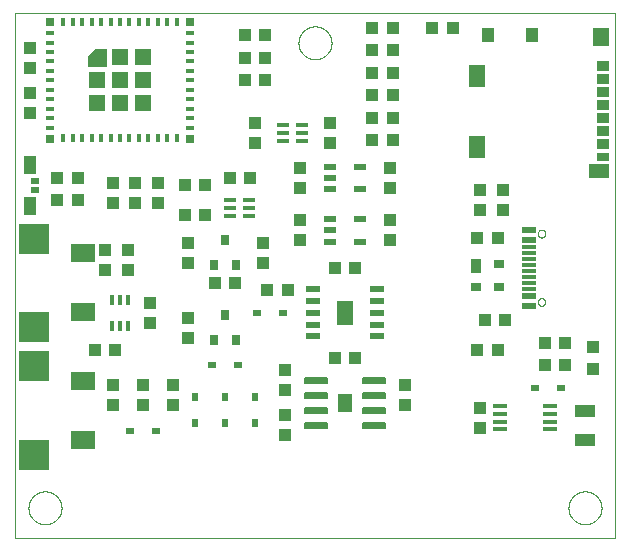
<source format=gtp>
G75*
%MOIN*%
%OFA0B0*%
%FSLAX25Y25*%
%IPPOS*%
%LPD*%
%AMOC8*
5,1,8,0,0,1.08239X$1,22.5*
%
%ADD10C,0.00000*%
%ADD11R,0.04331X0.03937*%
%ADD12R,0.03937X0.04331*%
%ADD13R,0.03543X0.03150*%
%ADD14R,0.03543X0.04724*%
%ADD15R,0.02362X0.03150*%
%ADD16R,0.03150X0.02362*%
%ADD17R,0.04528X0.02362*%
%ADD18R,0.04528X0.01181*%
%ADD19R,0.03150X0.03543*%
%ADD20R,0.05228X0.08217*%
%ADD21R,0.05157X0.02362*%
%ADD22R,0.05079X0.06457*%
%ADD23C,0.00591*%
%ADD24C,0.00039*%
%ADD25R,0.03150X0.01575*%
%ADD26R,0.02756X0.02756*%
%ADD27R,0.01575X0.03150*%
%ADD28R,0.05709X0.05709*%
%ADD29R,0.03937X0.02165*%
%ADD30R,0.03898X0.01181*%
%ADD31R,0.07087X0.04606*%
%ADD32R,0.05315X0.06102*%
%ADD33R,0.04331X0.03346*%
%ADD34R,0.04331X0.02953*%
%ADD35R,0.05315X0.07480*%
%ADD36R,0.03937X0.04724*%
%ADD37R,0.03937X0.03937*%
%ADD38R,0.03150X0.01969*%
%ADD39R,0.03937X0.05906*%
%ADD40R,0.07874X0.05906*%
%ADD41R,0.09843X0.09843*%
%ADD42R,0.01575X0.03543*%
%ADD43R,0.04921X0.01811*%
%ADD44R,0.07087X0.04331*%
D10*
X0002500Y0080658D02*
X0202500Y0080658D01*
X0202500Y0255658D01*
X0002500Y0255658D01*
X0002500Y0080658D01*
X0006988Y0090658D02*
X0006990Y0090806D01*
X0006996Y0090954D01*
X0007006Y0091102D01*
X0007020Y0091249D01*
X0007038Y0091396D01*
X0007059Y0091542D01*
X0007085Y0091688D01*
X0007115Y0091833D01*
X0007148Y0091977D01*
X0007186Y0092120D01*
X0007227Y0092262D01*
X0007272Y0092403D01*
X0007320Y0092543D01*
X0007373Y0092682D01*
X0007429Y0092819D01*
X0007489Y0092954D01*
X0007552Y0093088D01*
X0007619Y0093220D01*
X0007690Y0093350D01*
X0007764Y0093478D01*
X0007841Y0093604D01*
X0007922Y0093728D01*
X0008006Y0093850D01*
X0008093Y0093969D01*
X0008184Y0094086D01*
X0008278Y0094201D01*
X0008374Y0094313D01*
X0008474Y0094423D01*
X0008576Y0094529D01*
X0008682Y0094633D01*
X0008790Y0094734D01*
X0008901Y0094832D01*
X0009014Y0094928D01*
X0009130Y0095020D01*
X0009248Y0095109D01*
X0009369Y0095194D01*
X0009492Y0095277D01*
X0009617Y0095356D01*
X0009744Y0095432D01*
X0009873Y0095504D01*
X0010004Y0095573D01*
X0010137Y0095638D01*
X0010272Y0095699D01*
X0010408Y0095757D01*
X0010545Y0095812D01*
X0010684Y0095862D01*
X0010825Y0095909D01*
X0010966Y0095952D01*
X0011109Y0095992D01*
X0011253Y0096027D01*
X0011397Y0096059D01*
X0011543Y0096086D01*
X0011689Y0096110D01*
X0011836Y0096130D01*
X0011983Y0096146D01*
X0012130Y0096158D01*
X0012278Y0096166D01*
X0012426Y0096170D01*
X0012574Y0096170D01*
X0012722Y0096166D01*
X0012870Y0096158D01*
X0013017Y0096146D01*
X0013164Y0096130D01*
X0013311Y0096110D01*
X0013457Y0096086D01*
X0013603Y0096059D01*
X0013747Y0096027D01*
X0013891Y0095992D01*
X0014034Y0095952D01*
X0014175Y0095909D01*
X0014316Y0095862D01*
X0014455Y0095812D01*
X0014592Y0095757D01*
X0014728Y0095699D01*
X0014863Y0095638D01*
X0014996Y0095573D01*
X0015127Y0095504D01*
X0015256Y0095432D01*
X0015383Y0095356D01*
X0015508Y0095277D01*
X0015631Y0095194D01*
X0015752Y0095109D01*
X0015870Y0095020D01*
X0015986Y0094928D01*
X0016099Y0094832D01*
X0016210Y0094734D01*
X0016318Y0094633D01*
X0016424Y0094529D01*
X0016526Y0094423D01*
X0016626Y0094313D01*
X0016722Y0094201D01*
X0016816Y0094086D01*
X0016907Y0093969D01*
X0016994Y0093850D01*
X0017078Y0093728D01*
X0017159Y0093604D01*
X0017236Y0093478D01*
X0017310Y0093350D01*
X0017381Y0093220D01*
X0017448Y0093088D01*
X0017511Y0092954D01*
X0017571Y0092819D01*
X0017627Y0092682D01*
X0017680Y0092543D01*
X0017728Y0092403D01*
X0017773Y0092262D01*
X0017814Y0092120D01*
X0017852Y0091977D01*
X0017885Y0091833D01*
X0017915Y0091688D01*
X0017941Y0091542D01*
X0017962Y0091396D01*
X0017980Y0091249D01*
X0017994Y0091102D01*
X0018004Y0090954D01*
X0018010Y0090806D01*
X0018012Y0090658D01*
X0018010Y0090510D01*
X0018004Y0090362D01*
X0017994Y0090214D01*
X0017980Y0090067D01*
X0017962Y0089920D01*
X0017941Y0089774D01*
X0017915Y0089628D01*
X0017885Y0089483D01*
X0017852Y0089339D01*
X0017814Y0089196D01*
X0017773Y0089054D01*
X0017728Y0088913D01*
X0017680Y0088773D01*
X0017627Y0088634D01*
X0017571Y0088497D01*
X0017511Y0088362D01*
X0017448Y0088228D01*
X0017381Y0088096D01*
X0017310Y0087966D01*
X0017236Y0087838D01*
X0017159Y0087712D01*
X0017078Y0087588D01*
X0016994Y0087466D01*
X0016907Y0087347D01*
X0016816Y0087230D01*
X0016722Y0087115D01*
X0016626Y0087003D01*
X0016526Y0086893D01*
X0016424Y0086787D01*
X0016318Y0086683D01*
X0016210Y0086582D01*
X0016099Y0086484D01*
X0015986Y0086388D01*
X0015870Y0086296D01*
X0015752Y0086207D01*
X0015631Y0086122D01*
X0015508Y0086039D01*
X0015383Y0085960D01*
X0015256Y0085884D01*
X0015127Y0085812D01*
X0014996Y0085743D01*
X0014863Y0085678D01*
X0014728Y0085617D01*
X0014592Y0085559D01*
X0014455Y0085504D01*
X0014316Y0085454D01*
X0014175Y0085407D01*
X0014034Y0085364D01*
X0013891Y0085324D01*
X0013747Y0085289D01*
X0013603Y0085257D01*
X0013457Y0085230D01*
X0013311Y0085206D01*
X0013164Y0085186D01*
X0013017Y0085170D01*
X0012870Y0085158D01*
X0012722Y0085150D01*
X0012574Y0085146D01*
X0012426Y0085146D01*
X0012278Y0085150D01*
X0012130Y0085158D01*
X0011983Y0085170D01*
X0011836Y0085186D01*
X0011689Y0085206D01*
X0011543Y0085230D01*
X0011397Y0085257D01*
X0011253Y0085289D01*
X0011109Y0085324D01*
X0010966Y0085364D01*
X0010825Y0085407D01*
X0010684Y0085454D01*
X0010545Y0085504D01*
X0010408Y0085559D01*
X0010272Y0085617D01*
X0010137Y0085678D01*
X0010004Y0085743D01*
X0009873Y0085812D01*
X0009744Y0085884D01*
X0009617Y0085960D01*
X0009492Y0086039D01*
X0009369Y0086122D01*
X0009248Y0086207D01*
X0009130Y0086296D01*
X0009014Y0086388D01*
X0008901Y0086484D01*
X0008790Y0086582D01*
X0008682Y0086683D01*
X0008576Y0086787D01*
X0008474Y0086893D01*
X0008374Y0087003D01*
X0008278Y0087115D01*
X0008184Y0087230D01*
X0008093Y0087347D01*
X0008006Y0087466D01*
X0007922Y0087588D01*
X0007841Y0087712D01*
X0007764Y0087838D01*
X0007690Y0087966D01*
X0007619Y0088096D01*
X0007552Y0088228D01*
X0007489Y0088362D01*
X0007429Y0088497D01*
X0007373Y0088634D01*
X0007320Y0088773D01*
X0007272Y0088913D01*
X0007227Y0089054D01*
X0007186Y0089196D01*
X0007148Y0089339D01*
X0007115Y0089483D01*
X0007085Y0089628D01*
X0007059Y0089774D01*
X0007038Y0089920D01*
X0007020Y0090067D01*
X0007006Y0090214D01*
X0006996Y0090362D01*
X0006990Y0090510D01*
X0006988Y0090658D01*
X0096988Y0245658D02*
X0096990Y0245806D01*
X0096996Y0245954D01*
X0097006Y0246102D01*
X0097020Y0246249D01*
X0097038Y0246396D01*
X0097059Y0246542D01*
X0097085Y0246688D01*
X0097115Y0246833D01*
X0097148Y0246977D01*
X0097186Y0247120D01*
X0097227Y0247262D01*
X0097272Y0247403D01*
X0097320Y0247543D01*
X0097373Y0247682D01*
X0097429Y0247819D01*
X0097489Y0247954D01*
X0097552Y0248088D01*
X0097619Y0248220D01*
X0097690Y0248350D01*
X0097764Y0248478D01*
X0097841Y0248604D01*
X0097922Y0248728D01*
X0098006Y0248850D01*
X0098093Y0248969D01*
X0098184Y0249086D01*
X0098278Y0249201D01*
X0098374Y0249313D01*
X0098474Y0249423D01*
X0098576Y0249529D01*
X0098682Y0249633D01*
X0098790Y0249734D01*
X0098901Y0249832D01*
X0099014Y0249928D01*
X0099130Y0250020D01*
X0099248Y0250109D01*
X0099369Y0250194D01*
X0099492Y0250277D01*
X0099617Y0250356D01*
X0099744Y0250432D01*
X0099873Y0250504D01*
X0100004Y0250573D01*
X0100137Y0250638D01*
X0100272Y0250699D01*
X0100408Y0250757D01*
X0100545Y0250812D01*
X0100684Y0250862D01*
X0100825Y0250909D01*
X0100966Y0250952D01*
X0101109Y0250992D01*
X0101253Y0251027D01*
X0101397Y0251059D01*
X0101543Y0251086D01*
X0101689Y0251110D01*
X0101836Y0251130D01*
X0101983Y0251146D01*
X0102130Y0251158D01*
X0102278Y0251166D01*
X0102426Y0251170D01*
X0102574Y0251170D01*
X0102722Y0251166D01*
X0102870Y0251158D01*
X0103017Y0251146D01*
X0103164Y0251130D01*
X0103311Y0251110D01*
X0103457Y0251086D01*
X0103603Y0251059D01*
X0103747Y0251027D01*
X0103891Y0250992D01*
X0104034Y0250952D01*
X0104175Y0250909D01*
X0104316Y0250862D01*
X0104455Y0250812D01*
X0104592Y0250757D01*
X0104728Y0250699D01*
X0104863Y0250638D01*
X0104996Y0250573D01*
X0105127Y0250504D01*
X0105256Y0250432D01*
X0105383Y0250356D01*
X0105508Y0250277D01*
X0105631Y0250194D01*
X0105752Y0250109D01*
X0105870Y0250020D01*
X0105986Y0249928D01*
X0106099Y0249832D01*
X0106210Y0249734D01*
X0106318Y0249633D01*
X0106424Y0249529D01*
X0106526Y0249423D01*
X0106626Y0249313D01*
X0106722Y0249201D01*
X0106816Y0249086D01*
X0106907Y0248969D01*
X0106994Y0248850D01*
X0107078Y0248728D01*
X0107159Y0248604D01*
X0107236Y0248478D01*
X0107310Y0248350D01*
X0107381Y0248220D01*
X0107448Y0248088D01*
X0107511Y0247954D01*
X0107571Y0247819D01*
X0107627Y0247682D01*
X0107680Y0247543D01*
X0107728Y0247403D01*
X0107773Y0247262D01*
X0107814Y0247120D01*
X0107852Y0246977D01*
X0107885Y0246833D01*
X0107915Y0246688D01*
X0107941Y0246542D01*
X0107962Y0246396D01*
X0107980Y0246249D01*
X0107994Y0246102D01*
X0108004Y0245954D01*
X0108010Y0245806D01*
X0108012Y0245658D01*
X0108010Y0245510D01*
X0108004Y0245362D01*
X0107994Y0245214D01*
X0107980Y0245067D01*
X0107962Y0244920D01*
X0107941Y0244774D01*
X0107915Y0244628D01*
X0107885Y0244483D01*
X0107852Y0244339D01*
X0107814Y0244196D01*
X0107773Y0244054D01*
X0107728Y0243913D01*
X0107680Y0243773D01*
X0107627Y0243634D01*
X0107571Y0243497D01*
X0107511Y0243362D01*
X0107448Y0243228D01*
X0107381Y0243096D01*
X0107310Y0242966D01*
X0107236Y0242838D01*
X0107159Y0242712D01*
X0107078Y0242588D01*
X0106994Y0242466D01*
X0106907Y0242347D01*
X0106816Y0242230D01*
X0106722Y0242115D01*
X0106626Y0242003D01*
X0106526Y0241893D01*
X0106424Y0241787D01*
X0106318Y0241683D01*
X0106210Y0241582D01*
X0106099Y0241484D01*
X0105986Y0241388D01*
X0105870Y0241296D01*
X0105752Y0241207D01*
X0105631Y0241122D01*
X0105508Y0241039D01*
X0105383Y0240960D01*
X0105256Y0240884D01*
X0105127Y0240812D01*
X0104996Y0240743D01*
X0104863Y0240678D01*
X0104728Y0240617D01*
X0104592Y0240559D01*
X0104455Y0240504D01*
X0104316Y0240454D01*
X0104175Y0240407D01*
X0104034Y0240364D01*
X0103891Y0240324D01*
X0103747Y0240289D01*
X0103603Y0240257D01*
X0103457Y0240230D01*
X0103311Y0240206D01*
X0103164Y0240186D01*
X0103017Y0240170D01*
X0102870Y0240158D01*
X0102722Y0240150D01*
X0102574Y0240146D01*
X0102426Y0240146D01*
X0102278Y0240150D01*
X0102130Y0240158D01*
X0101983Y0240170D01*
X0101836Y0240186D01*
X0101689Y0240206D01*
X0101543Y0240230D01*
X0101397Y0240257D01*
X0101253Y0240289D01*
X0101109Y0240324D01*
X0100966Y0240364D01*
X0100825Y0240407D01*
X0100684Y0240454D01*
X0100545Y0240504D01*
X0100408Y0240559D01*
X0100272Y0240617D01*
X0100137Y0240678D01*
X0100004Y0240743D01*
X0099873Y0240812D01*
X0099744Y0240884D01*
X0099617Y0240960D01*
X0099492Y0241039D01*
X0099369Y0241122D01*
X0099248Y0241207D01*
X0099130Y0241296D01*
X0099014Y0241388D01*
X0098901Y0241484D01*
X0098790Y0241582D01*
X0098682Y0241683D01*
X0098576Y0241787D01*
X0098474Y0241893D01*
X0098374Y0242003D01*
X0098278Y0242115D01*
X0098184Y0242230D01*
X0098093Y0242347D01*
X0098006Y0242466D01*
X0097922Y0242588D01*
X0097841Y0242712D01*
X0097764Y0242838D01*
X0097690Y0242966D01*
X0097619Y0243096D01*
X0097552Y0243228D01*
X0097489Y0243362D01*
X0097429Y0243497D01*
X0097373Y0243634D01*
X0097320Y0243773D01*
X0097272Y0243913D01*
X0097227Y0244054D01*
X0097186Y0244196D01*
X0097148Y0244339D01*
X0097115Y0244483D01*
X0097085Y0244628D01*
X0097059Y0244774D01*
X0097038Y0244920D01*
X0097020Y0245067D01*
X0097006Y0245214D01*
X0096996Y0245362D01*
X0096990Y0245510D01*
X0096988Y0245658D01*
X0176732Y0182036D02*
X0176734Y0182107D01*
X0176740Y0182178D01*
X0176750Y0182249D01*
X0176764Y0182318D01*
X0176781Y0182387D01*
X0176803Y0182455D01*
X0176828Y0182522D01*
X0176857Y0182587D01*
X0176889Y0182650D01*
X0176925Y0182712D01*
X0176964Y0182771D01*
X0177007Y0182828D01*
X0177052Y0182883D01*
X0177101Y0182935D01*
X0177152Y0182984D01*
X0177206Y0183030D01*
X0177263Y0183074D01*
X0177321Y0183114D01*
X0177382Y0183150D01*
X0177445Y0183184D01*
X0177510Y0183213D01*
X0177576Y0183239D01*
X0177644Y0183262D01*
X0177712Y0183280D01*
X0177782Y0183295D01*
X0177852Y0183306D01*
X0177923Y0183313D01*
X0177994Y0183316D01*
X0178065Y0183315D01*
X0178136Y0183310D01*
X0178207Y0183301D01*
X0178277Y0183288D01*
X0178346Y0183272D01*
X0178414Y0183251D01*
X0178481Y0183227D01*
X0178547Y0183199D01*
X0178610Y0183167D01*
X0178672Y0183132D01*
X0178732Y0183094D01*
X0178790Y0183052D01*
X0178845Y0183008D01*
X0178898Y0182960D01*
X0178948Y0182909D01*
X0178995Y0182856D01*
X0179039Y0182800D01*
X0179080Y0182742D01*
X0179118Y0182681D01*
X0179152Y0182619D01*
X0179182Y0182554D01*
X0179209Y0182489D01*
X0179233Y0182421D01*
X0179252Y0182353D01*
X0179268Y0182284D01*
X0179280Y0182213D01*
X0179288Y0182143D01*
X0179292Y0182072D01*
X0179292Y0182000D01*
X0179288Y0181929D01*
X0179280Y0181859D01*
X0179268Y0181788D01*
X0179252Y0181719D01*
X0179233Y0181651D01*
X0179209Y0181583D01*
X0179182Y0181518D01*
X0179152Y0181453D01*
X0179118Y0181391D01*
X0179080Y0181330D01*
X0179039Y0181272D01*
X0178995Y0181216D01*
X0178948Y0181163D01*
X0178898Y0181112D01*
X0178845Y0181064D01*
X0178790Y0181020D01*
X0178732Y0180978D01*
X0178672Y0180940D01*
X0178610Y0180905D01*
X0178547Y0180873D01*
X0178481Y0180845D01*
X0178414Y0180821D01*
X0178346Y0180800D01*
X0178277Y0180784D01*
X0178207Y0180771D01*
X0178136Y0180762D01*
X0178065Y0180757D01*
X0177994Y0180756D01*
X0177923Y0180759D01*
X0177852Y0180766D01*
X0177782Y0180777D01*
X0177712Y0180792D01*
X0177644Y0180810D01*
X0177576Y0180833D01*
X0177510Y0180859D01*
X0177445Y0180888D01*
X0177382Y0180922D01*
X0177321Y0180958D01*
X0177263Y0180998D01*
X0177206Y0181042D01*
X0177152Y0181088D01*
X0177101Y0181137D01*
X0177052Y0181189D01*
X0177007Y0181244D01*
X0176964Y0181301D01*
X0176925Y0181360D01*
X0176889Y0181422D01*
X0176857Y0181485D01*
X0176828Y0181550D01*
X0176803Y0181617D01*
X0176781Y0181685D01*
X0176764Y0181754D01*
X0176750Y0181823D01*
X0176740Y0181894D01*
X0176734Y0181965D01*
X0176732Y0182036D01*
X0176732Y0159280D02*
X0176734Y0159351D01*
X0176740Y0159422D01*
X0176750Y0159493D01*
X0176764Y0159562D01*
X0176781Y0159631D01*
X0176803Y0159699D01*
X0176828Y0159766D01*
X0176857Y0159831D01*
X0176889Y0159894D01*
X0176925Y0159956D01*
X0176964Y0160015D01*
X0177007Y0160072D01*
X0177052Y0160127D01*
X0177101Y0160179D01*
X0177152Y0160228D01*
X0177206Y0160274D01*
X0177263Y0160318D01*
X0177321Y0160358D01*
X0177382Y0160394D01*
X0177445Y0160428D01*
X0177510Y0160457D01*
X0177576Y0160483D01*
X0177644Y0160506D01*
X0177712Y0160524D01*
X0177782Y0160539D01*
X0177852Y0160550D01*
X0177923Y0160557D01*
X0177994Y0160560D01*
X0178065Y0160559D01*
X0178136Y0160554D01*
X0178207Y0160545D01*
X0178277Y0160532D01*
X0178346Y0160516D01*
X0178414Y0160495D01*
X0178481Y0160471D01*
X0178547Y0160443D01*
X0178610Y0160411D01*
X0178672Y0160376D01*
X0178732Y0160338D01*
X0178790Y0160296D01*
X0178845Y0160252D01*
X0178898Y0160204D01*
X0178948Y0160153D01*
X0178995Y0160100D01*
X0179039Y0160044D01*
X0179080Y0159986D01*
X0179118Y0159925D01*
X0179152Y0159863D01*
X0179182Y0159798D01*
X0179209Y0159733D01*
X0179233Y0159665D01*
X0179252Y0159597D01*
X0179268Y0159528D01*
X0179280Y0159457D01*
X0179288Y0159387D01*
X0179292Y0159316D01*
X0179292Y0159244D01*
X0179288Y0159173D01*
X0179280Y0159103D01*
X0179268Y0159032D01*
X0179252Y0158963D01*
X0179233Y0158895D01*
X0179209Y0158827D01*
X0179182Y0158762D01*
X0179152Y0158697D01*
X0179118Y0158635D01*
X0179080Y0158574D01*
X0179039Y0158516D01*
X0178995Y0158460D01*
X0178948Y0158407D01*
X0178898Y0158356D01*
X0178845Y0158308D01*
X0178790Y0158264D01*
X0178732Y0158222D01*
X0178672Y0158184D01*
X0178610Y0158149D01*
X0178547Y0158117D01*
X0178481Y0158089D01*
X0178414Y0158065D01*
X0178346Y0158044D01*
X0178277Y0158028D01*
X0178207Y0158015D01*
X0178136Y0158006D01*
X0178065Y0158001D01*
X0177994Y0158000D01*
X0177923Y0158003D01*
X0177852Y0158010D01*
X0177782Y0158021D01*
X0177712Y0158036D01*
X0177644Y0158054D01*
X0177576Y0158077D01*
X0177510Y0158103D01*
X0177445Y0158132D01*
X0177382Y0158166D01*
X0177321Y0158202D01*
X0177263Y0158242D01*
X0177206Y0158286D01*
X0177152Y0158332D01*
X0177101Y0158381D01*
X0177052Y0158433D01*
X0177007Y0158488D01*
X0176964Y0158545D01*
X0176925Y0158604D01*
X0176889Y0158666D01*
X0176857Y0158729D01*
X0176828Y0158794D01*
X0176803Y0158861D01*
X0176781Y0158929D01*
X0176764Y0158998D01*
X0176750Y0159067D01*
X0176740Y0159138D01*
X0176734Y0159209D01*
X0176732Y0159280D01*
X0186988Y0090658D02*
X0186990Y0090806D01*
X0186996Y0090954D01*
X0187006Y0091102D01*
X0187020Y0091249D01*
X0187038Y0091396D01*
X0187059Y0091542D01*
X0187085Y0091688D01*
X0187115Y0091833D01*
X0187148Y0091977D01*
X0187186Y0092120D01*
X0187227Y0092262D01*
X0187272Y0092403D01*
X0187320Y0092543D01*
X0187373Y0092682D01*
X0187429Y0092819D01*
X0187489Y0092954D01*
X0187552Y0093088D01*
X0187619Y0093220D01*
X0187690Y0093350D01*
X0187764Y0093478D01*
X0187841Y0093604D01*
X0187922Y0093728D01*
X0188006Y0093850D01*
X0188093Y0093969D01*
X0188184Y0094086D01*
X0188278Y0094201D01*
X0188374Y0094313D01*
X0188474Y0094423D01*
X0188576Y0094529D01*
X0188682Y0094633D01*
X0188790Y0094734D01*
X0188901Y0094832D01*
X0189014Y0094928D01*
X0189130Y0095020D01*
X0189248Y0095109D01*
X0189369Y0095194D01*
X0189492Y0095277D01*
X0189617Y0095356D01*
X0189744Y0095432D01*
X0189873Y0095504D01*
X0190004Y0095573D01*
X0190137Y0095638D01*
X0190272Y0095699D01*
X0190408Y0095757D01*
X0190545Y0095812D01*
X0190684Y0095862D01*
X0190825Y0095909D01*
X0190966Y0095952D01*
X0191109Y0095992D01*
X0191253Y0096027D01*
X0191397Y0096059D01*
X0191543Y0096086D01*
X0191689Y0096110D01*
X0191836Y0096130D01*
X0191983Y0096146D01*
X0192130Y0096158D01*
X0192278Y0096166D01*
X0192426Y0096170D01*
X0192574Y0096170D01*
X0192722Y0096166D01*
X0192870Y0096158D01*
X0193017Y0096146D01*
X0193164Y0096130D01*
X0193311Y0096110D01*
X0193457Y0096086D01*
X0193603Y0096059D01*
X0193747Y0096027D01*
X0193891Y0095992D01*
X0194034Y0095952D01*
X0194175Y0095909D01*
X0194316Y0095862D01*
X0194455Y0095812D01*
X0194592Y0095757D01*
X0194728Y0095699D01*
X0194863Y0095638D01*
X0194996Y0095573D01*
X0195127Y0095504D01*
X0195256Y0095432D01*
X0195383Y0095356D01*
X0195508Y0095277D01*
X0195631Y0095194D01*
X0195752Y0095109D01*
X0195870Y0095020D01*
X0195986Y0094928D01*
X0196099Y0094832D01*
X0196210Y0094734D01*
X0196318Y0094633D01*
X0196424Y0094529D01*
X0196526Y0094423D01*
X0196626Y0094313D01*
X0196722Y0094201D01*
X0196816Y0094086D01*
X0196907Y0093969D01*
X0196994Y0093850D01*
X0197078Y0093728D01*
X0197159Y0093604D01*
X0197236Y0093478D01*
X0197310Y0093350D01*
X0197381Y0093220D01*
X0197448Y0093088D01*
X0197511Y0092954D01*
X0197571Y0092819D01*
X0197627Y0092682D01*
X0197680Y0092543D01*
X0197728Y0092403D01*
X0197773Y0092262D01*
X0197814Y0092120D01*
X0197852Y0091977D01*
X0197885Y0091833D01*
X0197915Y0091688D01*
X0197941Y0091542D01*
X0197962Y0091396D01*
X0197980Y0091249D01*
X0197994Y0091102D01*
X0198004Y0090954D01*
X0198010Y0090806D01*
X0198012Y0090658D01*
X0198010Y0090510D01*
X0198004Y0090362D01*
X0197994Y0090214D01*
X0197980Y0090067D01*
X0197962Y0089920D01*
X0197941Y0089774D01*
X0197915Y0089628D01*
X0197885Y0089483D01*
X0197852Y0089339D01*
X0197814Y0089196D01*
X0197773Y0089054D01*
X0197728Y0088913D01*
X0197680Y0088773D01*
X0197627Y0088634D01*
X0197571Y0088497D01*
X0197511Y0088362D01*
X0197448Y0088228D01*
X0197381Y0088096D01*
X0197310Y0087966D01*
X0197236Y0087838D01*
X0197159Y0087712D01*
X0197078Y0087588D01*
X0196994Y0087466D01*
X0196907Y0087347D01*
X0196816Y0087230D01*
X0196722Y0087115D01*
X0196626Y0087003D01*
X0196526Y0086893D01*
X0196424Y0086787D01*
X0196318Y0086683D01*
X0196210Y0086582D01*
X0196099Y0086484D01*
X0195986Y0086388D01*
X0195870Y0086296D01*
X0195752Y0086207D01*
X0195631Y0086122D01*
X0195508Y0086039D01*
X0195383Y0085960D01*
X0195256Y0085884D01*
X0195127Y0085812D01*
X0194996Y0085743D01*
X0194863Y0085678D01*
X0194728Y0085617D01*
X0194592Y0085559D01*
X0194455Y0085504D01*
X0194316Y0085454D01*
X0194175Y0085407D01*
X0194034Y0085364D01*
X0193891Y0085324D01*
X0193747Y0085289D01*
X0193603Y0085257D01*
X0193457Y0085230D01*
X0193311Y0085206D01*
X0193164Y0085186D01*
X0193017Y0085170D01*
X0192870Y0085158D01*
X0192722Y0085150D01*
X0192574Y0085146D01*
X0192426Y0085146D01*
X0192278Y0085150D01*
X0192130Y0085158D01*
X0191983Y0085170D01*
X0191836Y0085186D01*
X0191689Y0085206D01*
X0191543Y0085230D01*
X0191397Y0085257D01*
X0191253Y0085289D01*
X0191109Y0085324D01*
X0190966Y0085364D01*
X0190825Y0085407D01*
X0190684Y0085454D01*
X0190545Y0085504D01*
X0190408Y0085559D01*
X0190272Y0085617D01*
X0190137Y0085678D01*
X0190004Y0085743D01*
X0189873Y0085812D01*
X0189744Y0085884D01*
X0189617Y0085960D01*
X0189492Y0086039D01*
X0189369Y0086122D01*
X0189248Y0086207D01*
X0189130Y0086296D01*
X0189014Y0086388D01*
X0188901Y0086484D01*
X0188790Y0086582D01*
X0188682Y0086683D01*
X0188576Y0086787D01*
X0188474Y0086893D01*
X0188374Y0087003D01*
X0188278Y0087115D01*
X0188184Y0087230D01*
X0188093Y0087347D01*
X0188006Y0087466D01*
X0187922Y0087588D01*
X0187841Y0087712D01*
X0187764Y0087838D01*
X0187690Y0087966D01*
X0187619Y0088096D01*
X0187552Y0088228D01*
X0187489Y0088362D01*
X0187429Y0088497D01*
X0187373Y0088634D01*
X0187320Y0088773D01*
X0187272Y0088913D01*
X0187227Y0089054D01*
X0187186Y0089196D01*
X0187148Y0089339D01*
X0187115Y0089483D01*
X0187085Y0089628D01*
X0187059Y0089774D01*
X0187038Y0089920D01*
X0187020Y0090067D01*
X0187006Y0090214D01*
X0186996Y0090362D01*
X0186990Y0090510D01*
X0186988Y0090658D01*
D11*
X0185846Y0138158D03*
X0179154Y0138158D03*
X0179154Y0145658D03*
X0185846Y0145658D03*
X0165846Y0153158D03*
X0159154Y0153158D03*
X0156654Y0143158D03*
X0163346Y0143158D03*
X0163346Y0180658D03*
X0156654Y0180658D03*
X0128346Y0213158D03*
X0121654Y0213158D03*
X0121654Y0220658D03*
X0121654Y0228158D03*
X0128346Y0228158D03*
X0128346Y0220658D03*
X0128346Y0235658D03*
X0121654Y0235658D03*
X0121654Y0243158D03*
X0121654Y0250658D03*
X0128346Y0250658D03*
X0128346Y0243158D03*
X0141654Y0250658D03*
X0148346Y0250658D03*
X0115846Y0170658D03*
X0109154Y0170658D03*
X0093346Y0163158D03*
X0086654Y0163158D03*
X0075846Y0165658D03*
X0069154Y0165658D03*
X0065846Y0188158D03*
X0059154Y0188158D03*
X0059154Y0198158D03*
X0065846Y0198158D03*
X0074154Y0200658D03*
X0080846Y0200658D03*
X0079154Y0233158D03*
X0085846Y0233158D03*
X0085846Y0240658D03*
X0079154Y0240658D03*
X0079154Y0248158D03*
X0085846Y0248158D03*
X0023346Y0200658D03*
X0016654Y0200658D03*
X0016654Y0193158D03*
X0023346Y0193158D03*
X0029154Y0143158D03*
X0035846Y0143158D03*
X0109154Y0140658D03*
X0115846Y0140658D03*
D12*
X0132500Y0131505D03*
X0132500Y0124812D03*
X0157500Y0124005D03*
X0157500Y0117312D03*
X0127500Y0179812D03*
X0127500Y0186505D03*
X0127500Y0197312D03*
X0127500Y0204005D03*
X0107500Y0212312D03*
X0107500Y0219005D03*
X0097500Y0204005D03*
X0097500Y0197312D03*
X0097500Y0186505D03*
X0097500Y0179812D03*
X0085000Y0179005D03*
X0085000Y0172312D03*
X0060000Y0172312D03*
X0060000Y0179005D03*
X0050000Y0192312D03*
X0050000Y0199005D03*
X0042500Y0199005D03*
X0042500Y0192312D03*
X0035000Y0192312D03*
X0035000Y0199005D03*
X0032500Y0176505D03*
X0032500Y0169812D03*
X0040000Y0169812D03*
X0040000Y0176505D03*
X0047500Y0159005D03*
X0047500Y0152312D03*
X0060000Y0154005D03*
X0060000Y0147312D03*
X0055000Y0131505D03*
X0055000Y0124812D03*
X0045000Y0124812D03*
X0045000Y0131505D03*
X0035000Y0131505D03*
X0035000Y0124812D03*
X0092500Y0121505D03*
X0092500Y0114812D03*
X0092500Y0129812D03*
X0092500Y0136505D03*
X0082500Y0212312D03*
X0082500Y0219005D03*
X0157500Y0196505D03*
X0157500Y0189812D03*
X0165000Y0189812D03*
X0165000Y0196505D03*
X0007500Y0222312D03*
X0007500Y0229005D03*
X0007500Y0237312D03*
X0007500Y0244005D03*
D13*
X0156063Y0164221D03*
X0163937Y0164221D03*
X0163937Y0172095D03*
D14*
X0156063Y0171308D03*
D15*
X0082500Y0127489D03*
X0082500Y0118827D03*
X0072500Y0118827D03*
X0072500Y0127489D03*
X0062500Y0127489D03*
X0062500Y0118827D03*
D16*
X0049331Y0116158D03*
X0040669Y0116158D03*
X0068169Y0138158D03*
X0076831Y0138158D03*
X0083169Y0155658D03*
X0091831Y0155658D03*
X0175669Y0130658D03*
X0184331Y0130658D03*
D17*
X0173780Y0158060D03*
X0173780Y0161209D03*
X0173780Y0180107D03*
X0173780Y0183257D03*
D18*
X0173780Y0177548D03*
X0173780Y0175579D03*
X0173780Y0173611D03*
X0173780Y0171642D03*
X0173780Y0169674D03*
X0173780Y0167705D03*
X0173780Y0165737D03*
X0173780Y0163768D03*
D19*
X0076240Y0171721D03*
X0072500Y0179989D03*
X0068760Y0171721D03*
X0072500Y0154989D03*
X0068760Y0146721D03*
X0076240Y0146721D03*
D20*
X0112500Y0155658D03*
D21*
X0101673Y0155658D03*
X0101673Y0151721D03*
X0101673Y0147784D03*
X0101673Y0159595D03*
X0101673Y0163532D03*
X0123327Y0163532D03*
X0123327Y0159595D03*
X0123327Y0155658D03*
X0123327Y0151721D03*
X0123327Y0147784D03*
D22*
X0112500Y0125658D03*
D23*
X0106339Y0122272D02*
X0099173Y0122272D01*
X0099173Y0124044D01*
X0106339Y0124044D01*
X0106339Y0122272D01*
X0106339Y0122862D02*
X0099173Y0122862D01*
X0099173Y0123452D02*
X0106339Y0123452D01*
X0106339Y0124042D02*
X0099173Y0124042D01*
X0099173Y0127272D02*
X0106339Y0127272D01*
X0099173Y0127272D02*
X0099173Y0129044D01*
X0106339Y0129044D01*
X0106339Y0127272D01*
X0106339Y0127862D02*
X0099173Y0127862D01*
X0099173Y0128452D02*
X0106339Y0128452D01*
X0106339Y0129042D02*
X0099173Y0129042D01*
X0099173Y0132272D02*
X0106339Y0132272D01*
X0099173Y0132272D02*
X0099173Y0134044D01*
X0106339Y0134044D01*
X0106339Y0132272D01*
X0106339Y0132862D02*
X0099173Y0132862D01*
X0099173Y0133452D02*
X0106339Y0133452D01*
X0106339Y0134042D02*
X0099173Y0134042D01*
X0099173Y0117272D02*
X0106339Y0117272D01*
X0099173Y0117272D02*
X0099173Y0119044D01*
X0106339Y0119044D01*
X0106339Y0117272D01*
X0106339Y0117862D02*
X0099173Y0117862D01*
X0099173Y0118452D02*
X0106339Y0118452D01*
X0106339Y0119042D02*
X0099173Y0119042D01*
X0118661Y0117272D02*
X0125827Y0117272D01*
X0118661Y0117272D02*
X0118661Y0119044D01*
X0125827Y0119044D01*
X0125827Y0117272D01*
X0125827Y0117862D02*
X0118661Y0117862D01*
X0118661Y0118452D02*
X0125827Y0118452D01*
X0125827Y0119042D02*
X0118661Y0119042D01*
X0118661Y0122272D02*
X0125827Y0122272D01*
X0118661Y0122272D02*
X0118661Y0124044D01*
X0125827Y0124044D01*
X0125827Y0122272D01*
X0125827Y0122862D02*
X0118661Y0122862D01*
X0118661Y0123452D02*
X0125827Y0123452D01*
X0125827Y0124042D02*
X0118661Y0124042D01*
X0118661Y0127272D02*
X0125827Y0127272D01*
X0118661Y0127272D02*
X0118661Y0129044D01*
X0125827Y0129044D01*
X0125827Y0127272D01*
X0125827Y0127862D02*
X0118661Y0127862D01*
X0118661Y0128452D02*
X0125827Y0128452D01*
X0125827Y0129042D02*
X0118661Y0129042D01*
X0118661Y0132272D02*
X0125827Y0132272D01*
X0118661Y0132272D02*
X0118661Y0134044D01*
X0125827Y0134044D01*
X0125827Y0132272D01*
X0125827Y0132862D02*
X0118661Y0132862D01*
X0118661Y0133452D02*
X0125827Y0133452D01*
X0125827Y0134042D02*
X0118661Y0134042D01*
D24*
X0032677Y0237981D02*
X0026969Y0237981D01*
X0026969Y0241327D01*
X0029331Y0243690D01*
X0032677Y0243690D01*
X0032677Y0237981D01*
X0032677Y0238017D02*
X0026969Y0238017D01*
X0026969Y0238055D02*
X0032677Y0238055D01*
X0032677Y0238093D02*
X0026969Y0238093D01*
X0026969Y0238131D02*
X0032677Y0238131D01*
X0032677Y0238169D02*
X0026969Y0238169D01*
X0026969Y0238207D02*
X0032677Y0238207D01*
X0032677Y0238245D02*
X0026969Y0238245D01*
X0026969Y0238283D02*
X0032677Y0238283D01*
X0032677Y0238321D02*
X0026969Y0238321D01*
X0026969Y0238358D02*
X0032677Y0238358D01*
X0032677Y0238396D02*
X0026969Y0238396D01*
X0026969Y0238434D02*
X0032677Y0238434D01*
X0032677Y0238472D02*
X0026969Y0238472D01*
X0026969Y0238510D02*
X0032677Y0238510D01*
X0032677Y0238548D02*
X0026969Y0238548D01*
X0026969Y0238586D02*
X0032677Y0238586D01*
X0032677Y0238624D02*
X0026969Y0238624D01*
X0026969Y0238661D02*
X0032677Y0238661D01*
X0032677Y0238699D02*
X0026969Y0238699D01*
X0026969Y0238737D02*
X0032677Y0238737D01*
X0032677Y0238775D02*
X0026969Y0238775D01*
X0026969Y0238813D02*
X0032677Y0238813D01*
X0032677Y0238851D02*
X0026969Y0238851D01*
X0026969Y0238889D02*
X0032677Y0238889D01*
X0032677Y0238927D02*
X0026969Y0238927D01*
X0026969Y0238965D02*
X0032677Y0238965D01*
X0032677Y0239002D02*
X0026969Y0239002D01*
X0026969Y0239040D02*
X0032677Y0239040D01*
X0032677Y0239078D02*
X0026969Y0239078D01*
X0026969Y0239116D02*
X0032677Y0239116D01*
X0032677Y0239154D02*
X0026969Y0239154D01*
X0026969Y0239192D02*
X0032677Y0239192D01*
X0032677Y0239230D02*
X0026969Y0239230D01*
X0026969Y0239268D02*
X0032677Y0239268D01*
X0032677Y0239305D02*
X0026969Y0239305D01*
X0026969Y0239343D02*
X0032677Y0239343D01*
X0032677Y0239381D02*
X0026969Y0239381D01*
X0026969Y0239419D02*
X0032677Y0239419D01*
X0032677Y0239457D02*
X0026969Y0239457D01*
X0026969Y0239495D02*
X0032677Y0239495D01*
X0032677Y0239533D02*
X0026969Y0239533D01*
X0026969Y0239571D02*
X0032677Y0239571D01*
X0032677Y0239608D02*
X0026969Y0239608D01*
X0026969Y0239646D02*
X0032677Y0239646D01*
X0032677Y0239684D02*
X0026969Y0239684D01*
X0026969Y0239722D02*
X0032677Y0239722D01*
X0032677Y0239760D02*
X0026969Y0239760D01*
X0026969Y0239798D02*
X0032677Y0239798D01*
X0032677Y0239836D02*
X0026969Y0239836D01*
X0026969Y0239874D02*
X0032677Y0239874D01*
X0032677Y0239912D02*
X0026969Y0239912D01*
X0026969Y0239949D02*
X0032677Y0239949D01*
X0032677Y0239987D02*
X0026969Y0239987D01*
X0026969Y0240025D02*
X0032677Y0240025D01*
X0032677Y0240063D02*
X0026969Y0240063D01*
X0026969Y0240101D02*
X0032677Y0240101D01*
X0032677Y0240139D02*
X0026969Y0240139D01*
X0026969Y0240177D02*
X0032677Y0240177D01*
X0032677Y0240215D02*
X0026969Y0240215D01*
X0026969Y0240252D02*
X0032677Y0240252D01*
X0032677Y0240290D02*
X0026969Y0240290D01*
X0026969Y0240328D02*
X0032677Y0240328D01*
X0032677Y0240366D02*
X0026969Y0240366D01*
X0026969Y0240404D02*
X0032677Y0240404D01*
X0032677Y0240442D02*
X0026969Y0240442D01*
X0026969Y0240480D02*
X0032677Y0240480D01*
X0032677Y0240518D02*
X0026969Y0240518D01*
X0026969Y0240556D02*
X0032677Y0240556D01*
X0032677Y0240593D02*
X0026969Y0240593D01*
X0026969Y0240631D02*
X0032677Y0240631D01*
X0032677Y0240669D02*
X0026969Y0240669D01*
X0026969Y0240707D02*
X0032677Y0240707D01*
X0032677Y0240745D02*
X0026969Y0240745D01*
X0026969Y0240783D02*
X0032677Y0240783D01*
X0032677Y0240821D02*
X0026969Y0240821D01*
X0026969Y0240859D02*
X0032677Y0240859D01*
X0032677Y0240896D02*
X0026969Y0240896D01*
X0026969Y0240934D02*
X0032677Y0240934D01*
X0032677Y0240972D02*
X0026969Y0240972D01*
X0026969Y0241010D02*
X0032677Y0241010D01*
X0032677Y0241048D02*
X0026969Y0241048D01*
X0026969Y0241086D02*
X0032677Y0241086D01*
X0032677Y0241124D02*
X0026969Y0241124D01*
X0026969Y0241162D02*
X0032677Y0241162D01*
X0032677Y0241200D02*
X0026969Y0241200D01*
X0026969Y0241237D02*
X0032677Y0241237D01*
X0032677Y0241275D02*
X0026969Y0241275D01*
X0026969Y0241313D02*
X0032677Y0241313D01*
X0032677Y0241351D02*
X0026992Y0241351D01*
X0027030Y0241389D02*
X0032677Y0241389D01*
X0032677Y0241427D02*
X0027068Y0241427D01*
X0027106Y0241465D02*
X0032677Y0241465D01*
X0032677Y0241503D02*
X0027144Y0241503D01*
X0027182Y0241540D02*
X0032677Y0241540D01*
X0032677Y0241578D02*
X0027219Y0241578D01*
X0027257Y0241616D02*
X0032677Y0241616D01*
X0032677Y0241654D02*
X0027295Y0241654D01*
X0027333Y0241692D02*
X0032677Y0241692D01*
X0032677Y0241730D02*
X0027371Y0241730D01*
X0027409Y0241768D02*
X0032677Y0241768D01*
X0032677Y0241806D02*
X0027447Y0241806D01*
X0027485Y0241843D02*
X0032677Y0241843D01*
X0032677Y0241881D02*
X0027522Y0241881D01*
X0027560Y0241919D02*
X0032677Y0241919D01*
X0032677Y0241957D02*
X0027598Y0241957D01*
X0027636Y0241995D02*
X0032677Y0241995D01*
X0032677Y0242033D02*
X0027674Y0242033D01*
X0027712Y0242071D02*
X0032677Y0242071D01*
X0032677Y0242109D02*
X0027750Y0242109D01*
X0027788Y0242147D02*
X0032677Y0242147D01*
X0032677Y0242184D02*
X0027825Y0242184D01*
X0027863Y0242222D02*
X0032677Y0242222D01*
X0032677Y0242260D02*
X0027901Y0242260D01*
X0027939Y0242298D02*
X0032677Y0242298D01*
X0032677Y0242336D02*
X0027977Y0242336D01*
X0028015Y0242374D02*
X0032677Y0242374D01*
X0032677Y0242412D02*
X0028053Y0242412D01*
X0028091Y0242450D02*
X0032677Y0242450D01*
X0032677Y0242487D02*
X0028129Y0242487D01*
X0028166Y0242525D02*
X0032677Y0242525D01*
X0032677Y0242563D02*
X0028204Y0242563D01*
X0028242Y0242601D02*
X0032677Y0242601D01*
X0032677Y0242639D02*
X0028280Y0242639D01*
X0028318Y0242677D02*
X0032677Y0242677D01*
X0032677Y0242715D02*
X0028356Y0242715D01*
X0028394Y0242753D02*
X0032677Y0242753D01*
X0032677Y0242791D02*
X0028432Y0242791D01*
X0028469Y0242828D02*
X0032677Y0242828D01*
X0032677Y0242866D02*
X0028507Y0242866D01*
X0028545Y0242904D02*
X0032677Y0242904D01*
X0032677Y0242942D02*
X0028583Y0242942D01*
X0028621Y0242980D02*
X0032677Y0242980D01*
X0032677Y0243018D02*
X0028659Y0243018D01*
X0028697Y0243056D02*
X0032677Y0243056D01*
X0032677Y0243094D02*
X0028735Y0243094D01*
X0028773Y0243131D02*
X0032677Y0243131D01*
X0032677Y0243169D02*
X0028810Y0243169D01*
X0028848Y0243207D02*
X0032677Y0243207D01*
X0032677Y0243245D02*
X0028886Y0243245D01*
X0028924Y0243283D02*
X0032677Y0243283D01*
X0032677Y0243321D02*
X0028962Y0243321D01*
X0029000Y0243359D02*
X0032677Y0243359D01*
X0032677Y0243397D02*
X0029038Y0243397D01*
X0029076Y0243435D02*
X0032677Y0243435D01*
X0032677Y0243472D02*
X0029113Y0243472D01*
X0029151Y0243510D02*
X0032677Y0243510D01*
X0032677Y0243548D02*
X0029189Y0243548D01*
X0029227Y0243586D02*
X0032677Y0243586D01*
X0032677Y0243624D02*
X0029265Y0243624D01*
X0029303Y0243662D02*
X0032677Y0243662D01*
D25*
X0014272Y0242607D03*
X0014272Y0245757D03*
X0014272Y0248906D03*
X0014272Y0239457D03*
X0014272Y0236308D03*
X0014272Y0233158D03*
X0014272Y0230009D03*
X0014272Y0226859D03*
X0014272Y0223709D03*
X0014272Y0220560D03*
X0014272Y0217410D03*
X0060728Y0217410D03*
X0060728Y0220560D03*
X0060728Y0223709D03*
X0060728Y0226859D03*
X0060728Y0230009D03*
X0060728Y0233158D03*
X0060728Y0236308D03*
X0060728Y0239457D03*
X0060728Y0242607D03*
X0060728Y0245757D03*
X0060728Y0248906D03*
D26*
X0060925Y0252646D03*
X0060925Y0213670D03*
X0014075Y0213670D03*
X0014075Y0252646D03*
D27*
X0018602Y0252449D03*
X0021752Y0252449D03*
X0024902Y0252449D03*
X0028051Y0252449D03*
X0031201Y0252449D03*
X0034350Y0252449D03*
X0037500Y0252449D03*
X0040650Y0252449D03*
X0043799Y0252449D03*
X0046949Y0252449D03*
X0050098Y0252449D03*
X0053248Y0252449D03*
X0056398Y0252449D03*
X0056398Y0213867D03*
X0053248Y0213867D03*
X0050098Y0213867D03*
X0046949Y0213867D03*
X0043799Y0213867D03*
X0040650Y0213867D03*
X0037500Y0213867D03*
X0034350Y0213867D03*
X0031201Y0213867D03*
X0028051Y0213867D03*
X0024902Y0213867D03*
X0021752Y0213867D03*
X0018602Y0213867D03*
D28*
X0029823Y0225481D03*
X0029823Y0233158D03*
X0037500Y0233158D03*
X0037500Y0225481D03*
X0045177Y0225481D03*
X0045177Y0233158D03*
X0045177Y0240835D03*
X0037500Y0240835D03*
D29*
X0107382Y0204398D03*
X0107382Y0200658D03*
X0107382Y0196918D03*
X0107382Y0186898D03*
X0107382Y0183158D03*
X0107382Y0179418D03*
X0117618Y0179418D03*
X0117618Y0186898D03*
X0117618Y0196918D03*
X0117618Y0204398D03*
D30*
X0098150Y0213099D03*
X0098150Y0215658D03*
X0098150Y0218217D03*
X0091811Y0218217D03*
X0091811Y0215658D03*
X0091811Y0213099D03*
X0080650Y0193217D03*
X0080650Y0190658D03*
X0080650Y0188099D03*
X0074311Y0188099D03*
X0074311Y0190658D03*
X0074311Y0193217D03*
D31*
X0197047Y0203001D03*
D32*
X0197933Y0247568D03*
D33*
X0198425Y0237883D03*
X0198425Y0233552D03*
X0198425Y0229221D03*
X0198425Y0224890D03*
X0198425Y0220560D03*
X0198425Y0216229D03*
X0198425Y0211898D03*
D34*
X0198425Y0207764D03*
D35*
X0156398Y0210973D03*
X0156398Y0234477D03*
D36*
X0160236Y0248257D03*
X0174803Y0248257D03*
D37*
X0195000Y0144398D03*
X0195000Y0136918D03*
D38*
X0009272Y0196583D03*
X0009272Y0199733D03*
D39*
X0007500Y0205048D03*
X0007500Y0191268D03*
D40*
X0025000Y0175501D03*
X0025000Y0155816D03*
X0025000Y0133001D03*
X0025000Y0113316D03*
D41*
X0008858Y0108394D03*
X0008858Y0137922D03*
X0008858Y0150894D03*
X0008858Y0180422D03*
D42*
X0034941Y0159989D03*
X0037500Y0159989D03*
X0040059Y0159989D03*
X0040059Y0151327D03*
X0037500Y0151327D03*
X0034941Y0151327D03*
D43*
X0164193Y0124497D03*
X0164193Y0121938D03*
X0164193Y0119379D03*
X0164193Y0116820D03*
X0180807Y0116820D03*
X0180807Y0119379D03*
X0180807Y0121938D03*
X0180807Y0124497D03*
D44*
X0192500Y0123079D03*
X0192500Y0113237D03*
M02*

</source>
